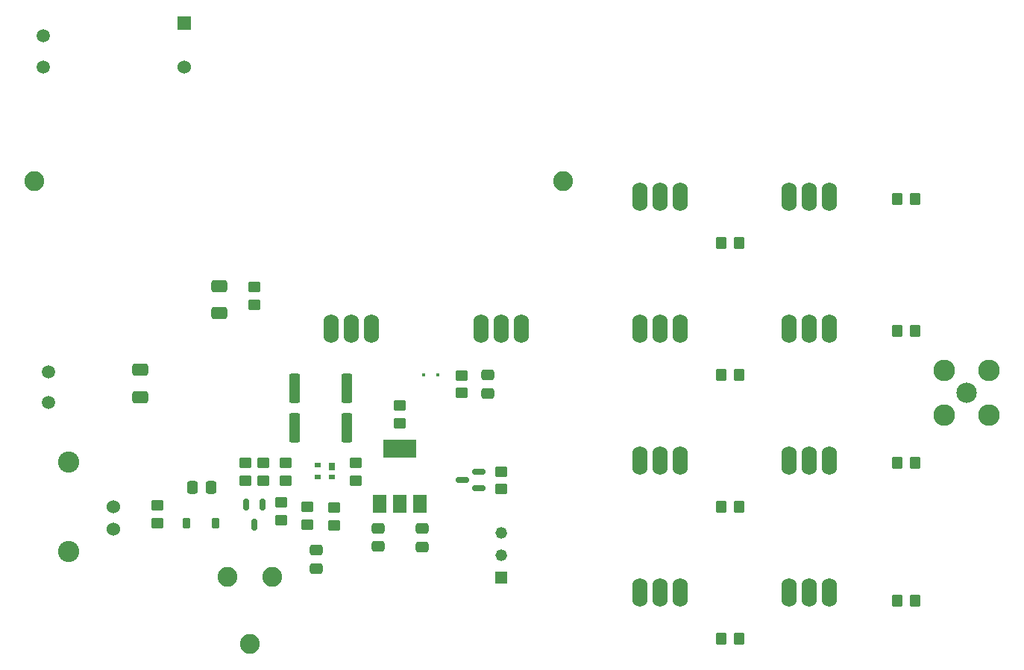
<source format=gbr>
%TF.GenerationSoftware,KiCad,Pcbnew,7.0.7*%
%TF.CreationDate,2024-05-31T20:05:00-04:00*%
%TF.ProjectId,HVHF_IIB,48564846-5f49-4494-922e-6b696361645f,rev?*%
%TF.SameCoordinates,Original*%
%TF.FileFunction,Soldermask,Top*%
%TF.FilePolarity,Negative*%
%FSLAX46Y46*%
G04 Gerber Fmt 4.6, Leading zero omitted, Abs format (unit mm)*
G04 Created by KiCad (PCBNEW 7.0.7) date 2024-05-31 20:05:00*
%MOMM*%
%LPD*%
G01*
G04 APERTURE LIST*
G04 Aperture macros list*
%AMRoundRect*
0 Rectangle with rounded corners*
0 $1 Rounding radius*
0 $2 $3 $4 $5 $6 $7 $8 $9 X,Y pos of 4 corners*
0 Add a 4 corners polygon primitive as box body*
4,1,4,$2,$3,$4,$5,$6,$7,$8,$9,$2,$3,0*
0 Add four circle primitives for the rounded corners*
1,1,$1+$1,$2,$3*
1,1,$1+$1,$4,$5*
1,1,$1+$1,$6,$7*
1,1,$1+$1,$8,$9*
0 Add four rect primitives between the rounded corners*
20,1,$1+$1,$2,$3,$4,$5,0*
20,1,$1+$1,$4,$5,$6,$7,0*
20,1,$1+$1,$6,$7,$8,$9,0*
20,1,$1+$1,$8,$9,$2,$3,0*%
G04 Aperture macros list end*
%ADD10RoundRect,0.250000X-0.475000X0.337500X-0.475000X-0.337500X0.475000X-0.337500X0.475000X0.337500X0*%
%ADD11RoundRect,0.250000X-0.450000X0.350000X-0.450000X-0.350000X0.450000X-0.350000X0.450000X0.350000X0*%
%ADD12O,1.728000X3.252000*%
%ADD13C,1.498600*%
%ADD14C,2.304000*%
%ADD15C,2.454000*%
%ADD16RoundRect,0.250000X0.350000X0.450000X-0.350000X0.450000X-0.350000X-0.450000X0.350000X-0.450000X0*%
%ADD17RoundRect,0.225000X-0.225000X-0.375000X0.225000X-0.375000X0.225000X0.375000X-0.225000X0.375000X0*%
%ADD18RoundRect,0.250000X-0.337500X-0.475000X0.337500X-0.475000X0.337500X0.475000X-0.337500X0.475000X0*%
%ADD19R,0.304800X0.304800*%
%ADD20RoundRect,0.150000X0.587500X0.150000X-0.587500X0.150000X-0.587500X-0.150000X0.587500X-0.150000X0*%
%ADD21RoundRect,0.250000X-0.650000X0.412500X-0.650000X-0.412500X0.650000X-0.412500X0.650000X0.412500X0*%
%ADD22RoundRect,0.250000X0.450000X-0.350000X0.450000X0.350000X-0.450000X0.350000X-0.450000X-0.350000X0*%
%ADD23C,2.250000*%
%ADD24RoundRect,0.250000X-0.362500X-1.425000X0.362500X-1.425000X0.362500X1.425000X-0.362500X1.425000X0*%
%ADD25RoundRect,0.150000X-0.150000X0.512500X-0.150000X-0.512500X0.150000X-0.512500X0.150000X0.512500X0*%
%ADD26RoundRect,0.250000X-0.350000X-0.450000X0.350000X-0.450000X0.350000X0.450000X-0.350000X0.450000X0*%
%ADD27R,1.524000X1.524000*%
%ADD28C,1.524000*%
%ADD29C,1.320800*%
%ADD30R,1.320800X1.320800*%
%ADD31RoundRect,0.250000X0.362500X1.425000X-0.362500X1.425000X-0.362500X-1.425000X0.362500X-1.425000X0*%
%ADD32R,1.500000X2.000000*%
%ADD33R,3.800000X2.000000*%
%ADD34R,0.800000X0.600000*%
%ADD35R,0.800000X0.900000*%
%ADD36C,2.413000*%
G04 APERTURE END LIST*
D10*
%TO.C,C11*%
X157000000Y-126462500D03*
X157000000Y-128537500D03*
%TD*%
D11*
%TO.C,R15*%
X166000000Y-119970000D03*
X166000000Y-121970000D03*
%TD*%
D12*
%TO.C,T5*%
X186286000Y-88730000D03*
X184000000Y-88730000D03*
X181714000Y-88730000D03*
%TD*%
D13*
%TO.C,J2*%
X114620600Y-108608400D03*
X114620600Y-112108401D03*
%TD*%
D14*
%TO.C,J4*%
X218840000Y-111000000D03*
D15*
X216290000Y-113550000D03*
X221390000Y-113550000D03*
X216290000Y-108450000D03*
X221390000Y-108450000D03*
%TD*%
D12*
%TO.C,T2*%
X168286000Y-103730000D03*
X166000000Y-103730000D03*
X163714000Y-103730000D03*
%TD*%
%TO.C,T6*%
X186286000Y-103730000D03*
X184000000Y-103730000D03*
X181714000Y-103730000D03*
%TD*%
%TO.C,T7*%
X186286000Y-118730000D03*
X184000000Y-118730000D03*
X181714000Y-118730000D03*
%TD*%
D16*
%TO.C,R22*%
X213000000Y-134625000D03*
X211000000Y-134625000D03*
%TD*%
D12*
%TO.C,T4*%
X203286000Y-88730000D03*
X201000000Y-88730000D03*
X198714000Y-88730000D03*
%TD*%
D17*
%TO.C,D2*%
X130300000Y-125805000D03*
X133600000Y-125805000D03*
%TD*%
D12*
%TO.C,T9*%
X186286000Y-133730000D03*
X184000000Y-133730000D03*
X181714000Y-133730000D03*
%TD*%
D18*
%TO.C,C2*%
X130950000Y-121805000D03*
X133025000Y-121805000D03*
%TD*%
D11*
%TO.C,R31*%
X161500000Y-109037500D03*
X161500000Y-111037500D03*
%TD*%
%TO.C,R1*%
X139000000Y-119000000D03*
X139000000Y-121000000D03*
%TD*%
D19*
%TO.C,D1*%
X158800100Y-109000000D03*
X157199900Y-109000000D03*
%TD*%
D10*
%TO.C,C1*%
X145000000Y-128925000D03*
X145000000Y-131000000D03*
%TD*%
D11*
%TO.C,R14*%
X138000000Y-99000000D03*
X138000000Y-101000000D03*
%TD*%
D12*
%TO.C,T12*%
X203286000Y-133730000D03*
X201000000Y-133730000D03*
X198714000Y-133730000D03*
%TD*%
D20*
%TO.C,T8*%
X163437500Y-121870000D03*
X163437500Y-119970000D03*
X161562500Y-120920000D03*
%TD*%
D16*
%TO.C,R18*%
X193000000Y-124000000D03*
X191000000Y-124000000D03*
%TD*%
D21*
%TO.C,C7*%
X134000000Y-98875000D03*
X134000000Y-102000000D03*
%TD*%
D22*
%TO.C,R13*%
X154500000Y-114500000D03*
X154500000Y-112500000D03*
%TD*%
D23*
%TO.C,C4*%
X140040000Y-131960000D03*
X134960000Y-131960000D03*
X137500000Y-139580000D03*
%TD*%
D11*
%TO.C,R8*%
X147000000Y-124080000D03*
X147000000Y-126080000D03*
%TD*%
D24*
%TO.C,R10*%
X142575000Y-110500000D03*
X148500000Y-110500000D03*
%TD*%
D12*
%TO.C,T11*%
X203286000Y-118730000D03*
X201000000Y-118730000D03*
X198714000Y-118730000D03*
%TD*%
D16*
%TO.C,R12*%
X213000000Y-89000000D03*
X211000000Y-89000000D03*
%TD*%
D25*
%TO.C,Q1*%
X138950000Y-123725000D03*
X137050000Y-123725000D03*
X138000000Y-126000000D03*
%TD*%
D22*
%TO.C,R5*%
X141000000Y-125500000D03*
X141000000Y-123500000D03*
%TD*%
D23*
%TO.C,R11*%
X113000000Y-87000000D03*
X173000000Y-87000000D03*
%TD*%
D26*
%TO.C,R19*%
X191000000Y-139000000D03*
X193000000Y-139000000D03*
%TD*%
%TO.C,R17*%
X191000000Y-109000000D03*
X193000000Y-109000000D03*
%TD*%
D22*
%TO.C,R30*%
X149500000Y-121000000D03*
X149500000Y-119000000D03*
%TD*%
D16*
%TO.C,R21*%
X213000000Y-119000000D03*
X211000000Y-119000000D03*
%TD*%
D26*
%TO.C,R3*%
X191000000Y-94000000D03*
X193000000Y-94000000D03*
%TD*%
D10*
%TO.C,C3*%
X152000000Y-126425000D03*
X152000000Y-128500000D03*
%TD*%
D11*
%TO.C,R2*%
X137000000Y-119000000D03*
X137000000Y-121000000D03*
%TD*%
%TO.C,R4*%
X126950000Y-123805000D03*
X126950000Y-125805000D03*
%TD*%
D10*
%TO.C,C10*%
X164500000Y-109000000D03*
X164500000Y-111075000D03*
%TD*%
D27*
%TO.C,C6*%
X130000000Y-69000000D03*
D28*
X130000000Y-74003800D03*
%TD*%
D29*
%TO.C,R16*%
X166000000Y-126920000D03*
X166000000Y-129460000D03*
D30*
X166000000Y-132000000D03*
%TD*%
D31*
%TO.C,R9*%
X148462500Y-115000000D03*
X142537500Y-115000000D03*
%TD*%
D21*
%TO.C,C5*%
X125000000Y-108437500D03*
X125000000Y-111562500D03*
%TD*%
D12*
%TO.C,T10*%
X203286000Y-103730000D03*
X201000000Y-103730000D03*
X198714000Y-103730000D03*
%TD*%
D32*
%TO.C,T1*%
X152200000Y-123650000D03*
X154500000Y-123650000D03*
X156800000Y-123650000D03*
D33*
X154500000Y-117350000D03*
%TD*%
D22*
%TO.C,R6*%
X141500000Y-121000000D03*
X141500000Y-119000000D03*
%TD*%
D34*
%TO.C,Q2*%
X146800000Y-120575000D03*
D35*
X146800000Y-119425000D03*
D34*
X145200000Y-119275000D03*
X145200000Y-120575000D03*
%TD*%
D13*
%TO.C,J1*%
X114000000Y-70499999D03*
X114000000Y-74000000D03*
%TD*%
D28*
%TO.C,J3*%
X122000000Y-124000000D03*
X122000000Y-126540000D03*
D36*
X116919891Y-129080000D03*
X116919891Y-118920000D03*
%TD*%
D11*
%TO.C,R7*%
X144000000Y-124000000D03*
X144000000Y-126000000D03*
%TD*%
D16*
%TO.C,R20*%
X213000000Y-104000000D03*
X211000000Y-104000000D03*
%TD*%
D12*
%TO.C,T3*%
X151286000Y-103730000D03*
X149000000Y-103730000D03*
X146714000Y-103730000D03*
%TD*%
M02*

</source>
